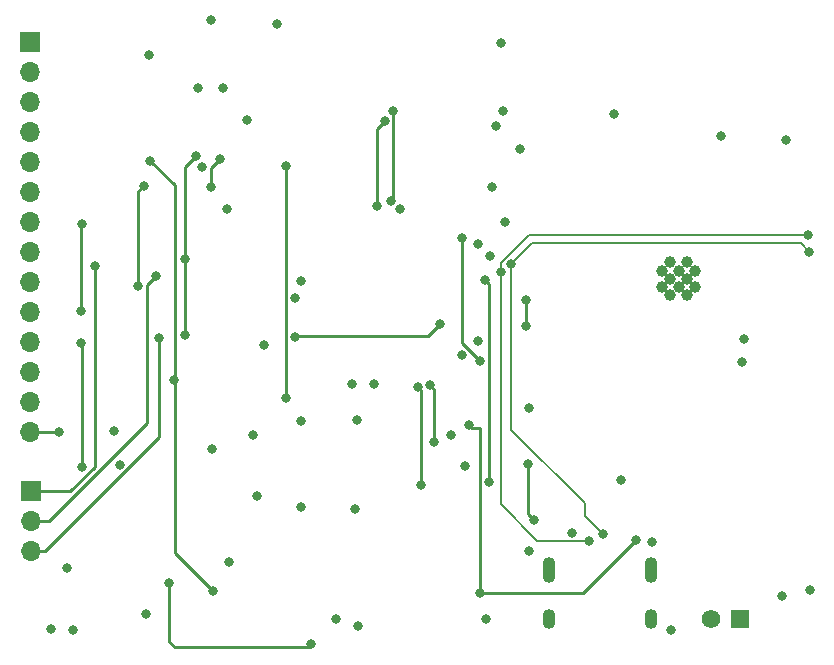
<source format=gbr>
%TF.GenerationSoftware,KiCad,Pcbnew,8.0.7*%
%TF.CreationDate,2024-12-23T22:44:15-05:00*%
%TF.ProjectId,OverSoon,4f766572-536f-46f6-9e2e-6b696361645f,rev?*%
%TF.SameCoordinates,Original*%
%TF.FileFunction,Copper,L4,Bot*%
%TF.FilePolarity,Positive*%
%FSLAX46Y46*%
G04 Gerber Fmt 4.6, Leading zero omitted, Abs format (unit mm)*
G04 Created by KiCad (PCBNEW 8.0.7) date 2024-12-23 22:44:15*
%MOMM*%
%LPD*%
G01*
G04 APERTURE LIST*
%TA.AperFunction,ComponentPad*%
%ADD10R,1.700000X1.700000*%
%TD*%
%TA.AperFunction,ComponentPad*%
%ADD11O,1.700000X1.700000*%
%TD*%
%TA.AperFunction,ComponentPad*%
%ADD12C,1.000000*%
%TD*%
%TA.AperFunction,ComponentPad*%
%ADD13O,1.100000X2.200000*%
%TD*%
%TA.AperFunction,ComponentPad*%
%ADD14O,1.100000X1.700000*%
%TD*%
%TA.AperFunction,ComponentPad*%
%ADD15R,1.575000X1.575000*%
%TD*%
%TA.AperFunction,ComponentPad*%
%ADD16C,1.575000*%
%TD*%
%TA.AperFunction,ViaPad*%
%ADD17C,0.800000*%
%TD*%
%TA.AperFunction,Conductor*%
%ADD18C,0.250000*%
%TD*%
%TA.AperFunction,Conductor*%
%ADD19C,0.200000*%
%TD*%
G04 APERTURE END LIST*
D10*
%TO.P,U8,1,T_IRQ*%
%TO.N,unconnected-(U8-T_IRQ-Pad1)*%
X172694600Y-100203000D03*
D11*
%TO.P,U8,2,T_D0*%
%TO.N,unconnected-(U8-T_D0-Pad2)*%
X172694600Y-102743000D03*
%TO.P,U8,3,T_DIN*%
%TO.N,unconnected-(U8-T_DIN-Pad3)*%
X172694600Y-105283000D03*
%TO.P,U8,4,T_CS*%
%TO.N,unconnected-(U8-T_CS-Pad4)*%
X172694600Y-107823000D03*
%TO.P,U8,5,T_CLK*%
%TO.N,unconnected-(U8-T_CLK-Pad5)*%
X172694600Y-110363000D03*
%TO.P,U8,6,MISO*%
%TO.N,to_MISO*%
X172694600Y-112903000D03*
%TO.P,U8,7,LED*%
%TO.N,SCREEN_LED*%
X172694600Y-115443000D03*
%TO.P,U8,8,SCK*%
%TO.N,SCLK*%
X172694600Y-117983000D03*
%TO.P,U8,9,MOSI*%
%TO.N,to_MOSI*%
X172694600Y-120523000D03*
%TO.P,U8,10,DC*%
%TO.N,SCREEN_D{slash}C*%
X172694600Y-123063000D03*
%TO.P,U8,11,RESET*%
%TO.N,Net-(U8-RESET)*%
X172694600Y-125603000D03*
%TO.P,U8,12,CS*%
%TO.N,SCREEN_CS*%
X172694600Y-128143000D03*
%TO.P,U8,13,GND*%
%TO.N,GND*%
X172694600Y-130683000D03*
%TO.P,U8,14,VCC*%
%TO.N,+3V3*%
X172694600Y-133223000D03*
%TD*%
D12*
%TO.P,U7,41_10*%
%TO.N,N/C*%
X227610800Y-120950600D03*
%TO.P,U7,41_11*%
X229010800Y-120950600D03*
%TO.P,U7,41_12*%
X226210800Y-120950600D03*
%TO.P,U7,41_13*%
X229010800Y-119550600D03*
%TO.P,U7,41_14*%
X227610800Y-119550600D03*
%TO.P,U7,41_15*%
X226210800Y-119550600D03*
%TO.P,U7,41_16*%
X228310800Y-121650600D03*
%TO.P,U7,41_17*%
X226910800Y-121650600D03*
%TO.P,U7,41_18*%
X228310800Y-120250600D03*
%TO.P,U7,41_19*%
X226910800Y-120250600D03*
%TO.P,U7,41_20*%
X228310800Y-118850600D03*
%TO.P,U7,41_21*%
X226910800Y-118850600D03*
%TD*%
D13*
%TO.P,J2,S1,SHIELD*%
%TO.N,GND*%
X216636600Y-144892600D03*
D14*
X216636600Y-149072600D03*
D13*
X225276600Y-144892600D03*
D14*
X225276600Y-149072600D03*
%TD*%
D15*
%TO.P,J1,1,1*%
%TO.N,GND*%
X232827200Y-149021800D03*
D16*
%TO.P,J1,2,2*%
%TO.N,Net-(SW1-B)*%
X230327200Y-149021800D03*
%TD*%
D10*
%TO.P,J4,1,Pin_1*%
%TO.N,EX1*%
X172745400Y-138226800D03*
D11*
%TO.P,J4,2,Pin_2*%
%TO.N,EX2*%
X172745400Y-140766800D03*
%TO.P,J4,3,Pin_3*%
%TO.N,EX3*%
X172745400Y-143306800D03*
%TD*%
D17*
%TO.N,VBUS*%
X214884000Y-135915400D03*
X215392000Y-140639800D03*
%TO.N,GND*%
X201789700Y-129159000D03*
X212140602Y-107325596D03*
X186944000Y-104114600D03*
X232968800Y-127304800D03*
X231190800Y-108153200D03*
X222732600Y-137312400D03*
X222123000Y-106324400D03*
X175844200Y-144703800D03*
X198628000Y-149021800D03*
X182499000Y-148615400D03*
X225399600Y-142544800D03*
X180289200Y-135991600D03*
X189407800Y-114300000D03*
X193573400Y-98679000D03*
X238709200Y-146558000D03*
X200355200Y-132232400D03*
X200228200Y-139725400D03*
X191058800Y-106807000D03*
X236347000Y-147066000D03*
X195605400Y-139598400D03*
X214934800Y-131191000D03*
X174447200Y-149936200D03*
X195630800Y-132257800D03*
X211835802Y-112481796D03*
X188010800Y-98374200D03*
X187248800Y-110820200D03*
X191897000Y-138633200D03*
X200507600Y-149606000D03*
X226949000Y-149961600D03*
X179806600Y-133146800D03*
X214985600Y-143332200D03*
X218617800Y-141732000D03*
X212928200Y-115417600D03*
X211328000Y-149072600D03*
X195656200Y-120472200D03*
X209245200Y-126695200D03*
X211632800Y-118310700D03*
%TO.N,+BATT*%
X209880200Y-132664200D03*
X224028000Y-142367000D03*
X210794600Y-146862800D03*
%TO.N,Net-(U2-D)*%
X196519800Y-151206200D03*
X184505600Y-145999200D03*
%TO.N,+3V3*%
X204012800Y-114325400D03*
X182803800Y-101320600D03*
X233121200Y-125323600D03*
X236677200Y-108508800D03*
X176377600Y-149961600D03*
X191617600Y-133477000D03*
X212572600Y-100304600D03*
X210591400Y-125552200D03*
X192481200Y-125857000D03*
X209499200Y-136118600D03*
X188087000Y-134620000D03*
X189001400Y-104114600D03*
X175133000Y-133223000D03*
X195110700Y-121869200D03*
X214147400Y-109270800D03*
X189509400Y-144221200D03*
X212750400Y-106045000D03*
X210591400Y-117322600D03*
X208305400Y-133451600D03*
X199974200Y-129133600D03*
%TO.N,+1V8*%
X184925054Y-128790347D03*
X182880000Y-110261400D03*
X188188600Y-146685000D03*
%TO.N,Net-(U11-~{RESET})*%
X210832700Y-127215900D03*
X209270600Y-116763800D03*
%TO.N,D+*%
X238683800Y-117957600D03*
X213436200Y-119024400D03*
X221208600Y-141884400D03*
%TO.N,D-*%
X212547200Y-119710200D03*
X238531400Y-116560600D03*
X220040200Y-142443200D03*
%TO.N,TMS*%
X202729500Y-106908600D03*
X202072033Y-114067143D03*
%TO.N,TCK*%
X203250800Y-113665000D03*
X203454000Y-106070400D03*
%TO.N,EX1*%
X178181000Y-119176800D03*
%TO.N,EX2*%
X183337200Y-120040400D03*
%TO.N,EX3*%
X183642000Y-125247400D03*
%TO.N,SDA*%
X205790800Y-137693400D03*
X205536800Y-129413000D03*
%TO.N,SCL*%
X206933800Y-134061200D03*
X206527400Y-129260600D03*
%TO.N,ACCEL_CS*%
X194335400Y-110693200D03*
X194386200Y-130327400D03*
%TO.N,GPS_WAKEUP*%
X211226400Y-120370600D03*
X211582000Y-137490200D03*
%TO.N,SCLK*%
X195173600Y-125171200D03*
X185851800Y-124968000D03*
X185851800Y-118541800D03*
X186715400Y-109880400D03*
X207391000Y-124104400D03*
%TO.N,to_MOSI*%
X188061600Y-112457400D03*
X182321200Y-112395000D03*
X181864000Y-120878600D03*
X188810300Y-110083600D03*
%TO.N,MCU_RX*%
X214706200Y-124256800D03*
X214680800Y-122047000D03*
%TO.N,SCREEN_LED*%
X177038000Y-122986800D03*
X177063400Y-115620800D03*
%TO.N,Net-(U8-RESET)*%
X177139600Y-136169400D03*
X177038000Y-125679200D03*
%TD*%
D18*
%TO.N,VBUS*%
X214884000Y-140131800D02*
X215392000Y-140639800D01*
X214884000Y-135915400D02*
X214884000Y-140131800D01*
%TO.N,+BATT*%
X219532200Y-146862800D02*
X210794600Y-146862800D01*
X224028000Y-142367000D02*
X219532200Y-146862800D01*
X210794600Y-132892800D02*
X210108800Y-132892800D01*
X210108800Y-132892800D02*
X209880200Y-132664200D01*
X210794600Y-146862800D02*
X210794600Y-132892800D01*
%TO.N,Net-(U2-D)*%
X196265800Y-151460200D02*
X196519800Y-151206200D01*
X184505600Y-151003000D02*
X184962800Y-151460200D01*
X184505600Y-145999200D02*
X184505600Y-151003000D01*
X184962800Y-151460200D02*
X196265800Y-151460200D01*
%TO.N,+3V3*%
X175133000Y-133223000D02*
X172694600Y-133223000D01*
%TO.N,+1V8*%
X184937400Y-128778001D02*
X184937400Y-127609600D01*
X184937400Y-127609600D02*
X184937400Y-143433800D01*
X182880000Y-110261400D02*
X184937400Y-112318800D01*
X184937400Y-143433800D02*
X188188600Y-146685000D01*
X184925054Y-128790347D02*
X184937400Y-128778001D01*
X184937400Y-112318800D02*
X184937400Y-127609600D01*
%TO.N,Net-(U11-~{RESET})*%
X209270600Y-125653800D02*
X210832700Y-127215900D01*
X209270600Y-116763800D02*
X209270600Y-125653800D01*
D19*
%TO.N,D+*%
X238683800Y-117957600D02*
X237986800Y-117260600D01*
X219659200Y-139242800D02*
X213436200Y-133019800D01*
X215200000Y-117260600D02*
X213436200Y-119024400D01*
X237986800Y-117260600D02*
X215200000Y-117260600D01*
X221208600Y-141884400D02*
X219659200Y-140335000D01*
X219659200Y-140335000D02*
X219659200Y-139242800D01*
X213436200Y-133019800D02*
X213436200Y-119024400D01*
%TO.N,D-*%
X215646000Y-142443200D02*
X212547200Y-139344400D01*
X212547200Y-139344400D02*
X212547200Y-119710200D01*
X214910050Y-116560600D02*
X212547200Y-118923450D01*
X212547200Y-118923450D02*
X212547200Y-119710200D01*
X220040200Y-142443200D02*
X215646000Y-142443200D01*
X238531400Y-116560600D02*
X214910050Y-116560600D01*
D18*
%TO.N,TMS*%
X202729500Y-106908600D02*
X202072033Y-107566067D01*
X202072033Y-107566067D02*
X202072033Y-114067143D01*
%TO.N,TCK*%
X203454000Y-113461800D02*
X203454000Y-106070400D01*
X203250800Y-113665000D02*
X203454000Y-113461800D01*
%TO.N,EX1*%
X178181000Y-136153305D02*
X176107505Y-138226800D01*
X178181000Y-119176800D02*
X178181000Y-136153305D01*
X176107505Y-138226800D02*
X172745400Y-138226800D01*
%TO.N,EX2*%
X183337200Y-120040400D02*
X182589000Y-120788600D01*
X174294800Y-140766800D02*
X172745400Y-140766800D01*
X182589000Y-120788600D02*
X182589000Y-132472600D01*
X182589000Y-132472600D02*
X174294800Y-140766800D01*
%TO.N,EX3*%
X173999305Y-143306800D02*
X172745400Y-143306800D01*
X183642000Y-125247400D02*
X183642000Y-133664105D01*
X183642000Y-133664105D02*
X173999305Y-143306800D01*
%TO.N,SDA*%
X205790800Y-129667000D02*
X205536800Y-129413000D01*
X205790800Y-137693400D02*
X205790800Y-129667000D01*
%TO.N,SCL*%
X206933800Y-129667000D02*
X206527400Y-129260600D01*
X206933800Y-134061200D02*
X206933800Y-129667000D01*
%TO.N,ACCEL_CS*%
X194386200Y-110744000D02*
X194335400Y-110693200D01*
X194386200Y-130327400D02*
X194386200Y-110744000D01*
%TO.N,GPS_WAKEUP*%
X211582000Y-120726200D02*
X211226400Y-120370600D01*
X211582000Y-137490200D02*
X211582000Y-120726200D01*
%TO.N,SCLK*%
X185826400Y-118567200D02*
X185851800Y-118541800D01*
X185851800Y-118541800D02*
X185851800Y-110744000D01*
X185826400Y-124942600D02*
X185826400Y-118567200D01*
X207391000Y-124104400D02*
X206425800Y-125069600D01*
X195275200Y-125069600D02*
X195173600Y-125171200D01*
X206425800Y-125069600D02*
X195275200Y-125069600D01*
X185851800Y-110744000D02*
X186715400Y-109880400D01*
X185851800Y-124968000D02*
X185826400Y-124942600D01*
%TO.N,to_MOSI*%
X181864000Y-112852200D02*
X181864000Y-120878600D01*
X182321200Y-112395000D02*
X181864000Y-112852200D01*
X188810300Y-110083600D02*
X188061600Y-110832300D01*
X188061600Y-110832300D02*
X188061600Y-112457400D01*
%TO.N,MCU_RX*%
X214706200Y-122072400D02*
X214680800Y-122047000D01*
X214706200Y-124256800D02*
X214706200Y-122072400D01*
%TO.N,SCREEN_LED*%
X177038000Y-122986800D02*
X177038000Y-115646200D01*
X177038000Y-115646200D02*
X177063400Y-115620800D01*
%TO.N,Net-(U8-RESET)*%
X177139600Y-136169400D02*
X177139600Y-125780800D01*
X177139600Y-125780800D02*
X177038000Y-125679200D01*
%TD*%
M02*

</source>
